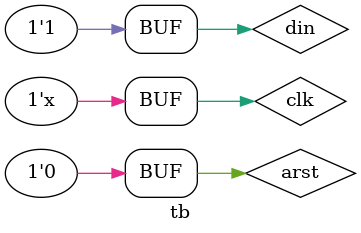
<source format=v>
`timescale 1ns / 1ps


module tb;

	// Inputs
	reg arst;
	reg clk;
	reg din;

	// Outputs
	wire [2:0] dout;

	// Instantiate the Unit Under Test (UUT)
	GasDetectorSensor  uut (
		.arst(arst), 
		.clk(clk), 
		.din(din), 
		.dout(dout)
	);

	initial begin
		// Initialize Inputs
		clk = 1'b0;
		
		arst = 1; din = 0; #20;
		arst = 0; din = 1; #20;
		arst = 0; din = 0; #20;
		arst = 0; din = 0; #20;
		arst = 0; din = 1; #20;
		arst = 0; din = 0; #20;
		arst = 0; din = 0; #20;
		arst = 0; din = 1; #20;
		arst = 0; din = 0; #20;
		arst = 0; din = 0; #20;
		arst = 0; din = 1; #20;
		arst = 0; din = 0; #20;
		arst = 0; din = 0; #20;
		
		arst = 0; din = 1; #20;
		arst = 0; din = 0; #20;
		arst = 0; din = 1; #20;
		arst = 0; din = 0; #20;
		arst = 0; din = 1; #20;
		arst = 0; din = 0; #20;
		arst = 0; din = 0; #20;
		arst = 0; din = 1; #20;
		arst = 0; din = 0; #20;
		arst = 0; din = 0; #20;
		arst = 0; din = 1; #20;
		arst = 0; din = 1; #20;
		
		arst = 0; din = 1; #20;
		arst = 0; din = 0; #20;
		arst = 0; din = 1; #20;
		arst = 0; din = 1; #20;
		arst = 0; din = 1; #20;
		arst = 0; din = 0; #20;
		arst = 0; din = 1; #20;
		arst = 0; din = 0; #20;
		arst = 0; din = 1; #20;
		arst = 0; din = 0; #20;
		
		arst = 0; din = 0; #20;
		arst = 0; din = 1; #20;
		arst = 0; din = 0; #20;
		arst = 0; din = 0; #20;
		arst = 0; din = 1; #20;
		arst = 1; din = 1; #5;
		arst = 0; din = 1; #20;
        
		// Add stimulus here

	end
	
	
	always 
			#10 clk = ~clk;
      
endmodule


</source>
